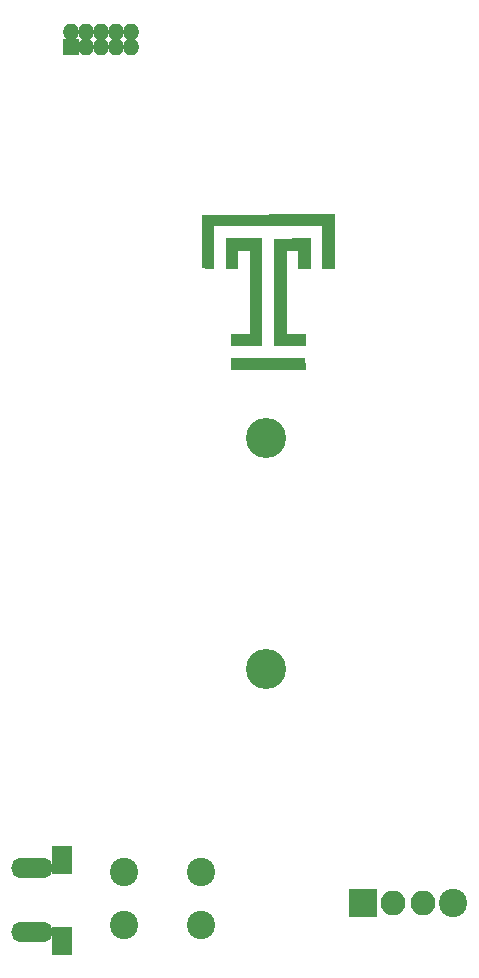
<source format=gbr>
G04 #@! TF.GenerationSoftware,KiCad,Pcbnew,(5.0.0)*
G04 #@! TF.CreationDate,2020-03-01T19:28:45-05:00*
G04 #@! TF.ProjectId,WS2812B Tiny T,575332383132422054696E7920542E6B,rev?*
G04 #@! TF.SameCoordinates,Original*
G04 #@! TF.FileFunction,Soldermask,Bot*
G04 #@! TF.FilePolarity,Negative*
%FSLAX46Y46*%
G04 Gerber Fmt 4.6, Leading zero omitted, Abs format (unit mm)*
G04 Created by KiCad (PCBNEW (5.0.0)) date 03/01/20 19:28:45*
%MOMM*%
%LPD*%
G01*
G04 APERTURE LIST*
%ADD10C,0.010000*%
%ADD11C,3.400000*%
%ADD12C,2.400000*%
%ADD13O,2.100000X2.100000*%
%ADD14R,2.400000X2.400000*%
%ADD15O,1.400000X1.400000*%
%ADD16R,1.400000X1.400000*%
%ADD17O,3.550000X1.700000*%
%ADD18R,1.800000X2.400000*%
G04 APERTURE END LIST*
D10*
G04 #@! TO.C,G\002A\002A\002A*
G36*
X122097800Y-82969100D02*
X122097800Y-87439500D01*
X122567049Y-87454097D01*
X123036297Y-87468695D01*
X123049649Y-85676097D01*
X123063000Y-83883500D01*
X132257800Y-83883500D01*
X132284484Y-87515700D01*
X133248400Y-87515700D01*
X133248400Y-82943252D01*
X122097800Y-82969100D01*
X122097800Y-82969100D01*
G37*
X122097800Y-82969100D02*
X122097800Y-87439500D01*
X122567049Y-87454097D01*
X123036297Y-87468695D01*
X123049649Y-85676097D01*
X123063000Y-83883500D01*
X132257800Y-83883500D01*
X132284484Y-87515700D01*
X133248400Y-87515700D01*
X133248400Y-82943252D01*
X122097800Y-82969100D01*
G36*
X124116213Y-86232999D02*
X124129800Y-87490300D01*
X125044200Y-87490300D01*
X125058224Y-86715600D01*
X125072247Y-85940900D01*
X126136400Y-85940900D01*
X126136400Y-93050320D01*
X124536200Y-93078300D01*
X124506988Y-94018100D01*
X127101600Y-94018100D01*
X127101600Y-84975700D01*
X125602113Y-84975699D01*
X124102626Y-84975699D01*
X124116213Y-86232999D01*
X124116213Y-86232999D01*
G37*
X124116213Y-86232999D02*
X124129800Y-87490300D01*
X125044200Y-87490300D01*
X125058224Y-86715600D01*
X125072247Y-85940900D01*
X126136400Y-85940900D01*
X126136400Y-93050320D01*
X124536200Y-93078300D01*
X124506988Y-94018100D01*
X127101600Y-94018100D01*
X127101600Y-84975700D01*
X125602113Y-84975699D01*
X124102626Y-84975699D01*
X124116213Y-86232999D01*
G36*
X128218050Y-85001100D02*
X128218084Y-94021682D01*
X129493495Y-94032591D01*
X129842096Y-94034601D01*
X130155188Y-94034545D01*
X130419051Y-94032578D01*
X130619967Y-94028855D01*
X130744217Y-94023530D01*
X130779262Y-94018100D01*
X130783076Y-93959211D01*
X130784476Y-93823361D01*
X130783320Y-93635161D01*
X130781985Y-93543310D01*
X130774353Y-93093920D01*
X129979377Y-93101045D01*
X129184400Y-93108170D01*
X129184400Y-85940900D01*
X130251200Y-85940900D01*
X130251200Y-87515700D01*
X131216400Y-87515700D01*
X131216400Y-84974188D01*
X128218050Y-85001100D01*
X128218050Y-85001100D01*
G37*
X128218050Y-85001100D02*
X128218084Y-94021682D01*
X129493495Y-94032591D01*
X129842096Y-94034601D01*
X130155188Y-94034545D01*
X130419051Y-94032578D01*
X130619967Y-94028855D01*
X130744217Y-94023530D01*
X130779262Y-94018100D01*
X130783076Y-93959211D01*
X130784476Y-93823361D01*
X130783320Y-93635161D01*
X130781985Y-93543310D01*
X130774353Y-93093920D01*
X129979377Y-93101045D01*
X129184400Y-93108170D01*
X129184400Y-85940900D01*
X130251200Y-85940900D01*
X130251200Y-87515700D01*
X131216400Y-87515700D01*
X131216400Y-84974188D01*
X128218050Y-85001100D01*
G36*
X124510800Y-95999300D02*
X130823294Y-95999300D01*
X130791806Y-95808800D01*
X130772761Y-95640305D01*
X130761249Y-95436158D01*
X130759760Y-95351600D01*
X130759200Y-95084900D01*
X124510800Y-95084900D01*
X124510800Y-95999300D01*
X124510800Y-95999300D01*
G37*
X124510800Y-95999300D02*
X130823294Y-95999300D01*
X130791806Y-95808800D01*
X130772761Y-95640305D01*
X130761249Y-95436158D01*
X130759760Y-95351600D01*
X130759200Y-95084900D01*
X124510800Y-95084900D01*
X124510800Y-95999300D01*
G04 #@! TD*
D11*
G04 #@! TO.C,J1*
X127512000Y-121412000D03*
X127512000Y-101912000D03*
G04 #@! TD*
D12*
G04 #@! TO.C,SW1*
X122000000Y-138622000D03*
X122000000Y-143122000D03*
X115500000Y-138622000D03*
X115500000Y-143122000D03*
G04 #@! TD*
G04 #@! TO.C,SW2*
X143370000Y-141250000D03*
D13*
X140830000Y-141250000D03*
X138290000Y-141250000D03*
D14*
X135750000Y-141250000D03*
G04 #@! TD*
D15*
G04 #@! TO.C,J2*
X116060000Y-67480000D03*
X116060000Y-68750000D03*
X114790000Y-67480000D03*
X114790000Y-68750000D03*
X113520000Y-67480000D03*
X113520000Y-68750000D03*
X112250000Y-67480000D03*
X112250000Y-68750000D03*
X110980000Y-67480000D03*
D16*
X110980000Y-68750000D03*
G04 #@! TD*
D17*
G04 #@! TO.C,USB1*
X107730000Y-138275000D03*
D18*
X110280000Y-137575000D03*
X110280000Y-144425000D03*
D17*
X107730000Y-143725000D03*
G04 #@! TD*
M02*

</source>
